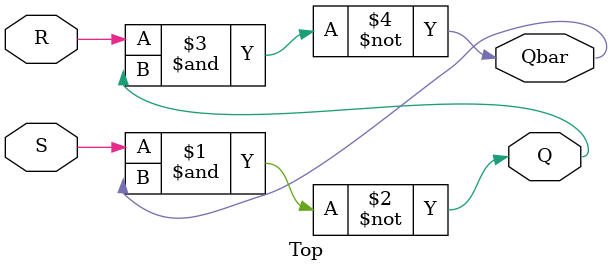
<source format=v>
/* verilator lint_off UNOPTFLAT */
module Top (Q, Qbar, S, R);
    output Q, Qbar;
    input S, R;
    
    nand n1(Q, S, Qbar);
    nand n2(Qbar, R, Q);
endmodule

</source>
